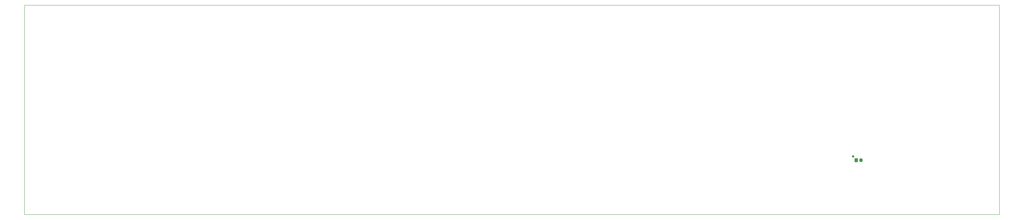
<source format=gts>
G04 #@! TF.GenerationSoftware,KiCad,Pcbnew,7.0.9*
G04 #@! TF.CreationDate,2024-04-05T11:45:32+01:00*
G04 #@! TF.ProjectId,mcpBacklight,6d637042-6163-46b6-9c69-6768742e6b69,rev?*
G04 #@! TF.SameCoordinates,Original*
G04 #@! TF.FileFunction,Soldermask,Top*
G04 #@! TF.FilePolarity,Negative*
%FSLAX46Y46*%
G04 Gerber Fmt 4.6, Leading zero omitted, Abs format (unit mm)*
G04 Created by KiCad (PCBNEW 7.0.9) date 2024-04-05 11:45:32*
%MOMM*%
%LPD*%
G01*
G04 APERTURE LIST*
G04 Aperture macros list*
%AMRoundRect*
0 Rectangle with rounded corners*
0 $1 Rounding radius*
0 $2 $3 $4 $5 $6 $7 $8 $9 X,Y pos of 4 corners*
0 Add a 4 corners polygon primitive as box body*
4,1,4,$2,$3,$4,$5,$6,$7,$8,$9,$2,$3,0*
0 Add four circle primitives for the rounded corners*
1,1,$1+$1,$2,$3*
1,1,$1+$1,$4,$5*
1,1,$1+$1,$6,$7*
1,1,$1+$1,$8,$9*
0 Add four rect primitives between the rounded corners*
20,1,$1+$1,$2,$3,$4,$5,0*
20,1,$1+$1,$4,$5,$6,$7,0*
20,1,$1+$1,$6,$7,$8,$9,0*
20,1,$1+$1,$8,$9,$2,$3,0*%
G04 Aperture macros list end*
%ADD10C,0.150000*%
%ADD11C,1.200000*%
%ADD12RoundRect,0.250000X-0.600000X-0.750000X0.600000X-0.750000X0.600000X0.750000X-0.600000X0.750000X0*%
%ADD13O,1.700000X2.000000*%
G04 APERTURE END LIST*
D10*
X73050000Y-246450000D02*
X574350000Y-246450000D01*
X574350000Y-354300000D01*
X73050000Y-354300000D01*
X73050000Y-246450000D01*
D11*
X499100000Y-324275000D03*
D12*
X500700000Y-326275000D03*
D13*
X503200000Y-326275000D03*
M02*

</source>
